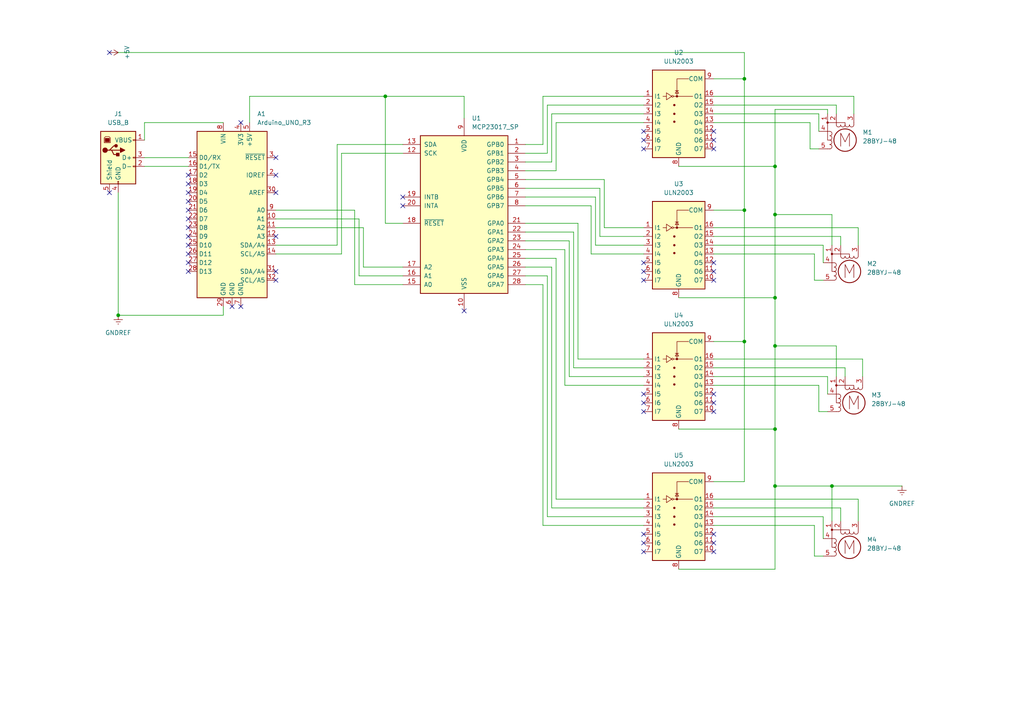
<source format=kicad_sch>
(kicad_sch (version 20231120) (generator "eeschema") (generator_version "8.0")
  (paper "A4")
  (title_block (title "Four Cable Slider") (date "2025-01-08") (rev "V1"))
  (lib_symbols
    (symbol "Connector:USB_B" (pin_names (offset 1.016))
      (property "Reference" "J" (at -5.08 11.43 0))
      (property "Value" "USB_B" (at -5.08 8.89 0))
      (symbol "USB_B_0_1"
        (rectangle (start -5.08 -7.62) (end 5.08 7.62) (stroke (width 0.254)) (fill (type background)))
        (circle (center -3.81 2.159) (radius 0.635) (stroke (width 0.254)) (fill (type outline)))
        (rectangle (start -3.81 5.588) (end -2.54 4.572) (fill (type outline)))
        (circle (center -0.635 3.429) (radius 0.381) (stroke (width 0.254)) (fill (type outline)))
        (rectangle (start -0.127 -7.62) (end 0.127 -6.858))
        (polyline (pts (xy -1.905 2.159) (xy 0.635 2.159)) (stroke (width 0.254)))
        (polyline (pts (xy -3.175 2.159) (xy -2.54 2.159) (xy -1.27 3.429) (xy -0.635 3.429)) (stroke (width 0.254)))
        (polyline (pts (xy -2.54 2.159) (xy -1.905 2.159) (xy -1.27 0.889) (xy 0 0.889)) (stroke (width 0.254)))
        (polyline (pts (xy 0.635 2.794) (xy 0.635 1.524) (xy 1.905 2.159) (xy 0.635 2.794)) (stroke (width 0.254)) (fill (type outline)))
        (polyline (pts (xy -4.064 4.318) (xy -2.286 4.318) (xy -2.286 5.715) (xy -2.667 6.096) (xy -3.683 6.096) (xy -4.064 5.715) (xy -4.064 4.318)))
        (rectangle (start 0.254 1.27) (end -0.508 0.508) (stroke (width 0.254)) (fill (type outline)))
        (rectangle (start 5.08 -2.667) (end 4.318 -2.413))
        (rectangle (start 5.08 -0.127) (end 4.318 0.127))
        (rectangle (start 5.08 4.953) (end 4.318 5.207))
      )
      (symbol "USB_B_1_1"
        (pin power_out line (at 7.62 5.08 180) (length 2.54) (name "VBUS") (number "1"))
        (pin bidirectional line (at 7.62 -2.54 180) (length 2.54) (name "D-") (number "2"))
        (pin bidirectional line (at 7.62 0 180) (length 2.54) (name "D+") (number "3"))
        (pin power_out line (at 0 -10.16 90) (length 2.54) (name "GND") (number "4"))
        (pin passive line (at -2.54 -10.16 90) (length 2.54) (name "Shield") (number "5"))
      )
    )
    (symbol "Interface_Expansion:MCP23017_SP" (pin_names (offset 1.016))
      (property "Reference" "U" (at -11.43 24.13 0))
      (property "Value" "MCP23017_SP" (at 0 0 0))
      (symbol "MCP23017_SP_0_1"
        (rectangle (start -12.7 22.86) (end 12.7 -22.86) (stroke (width 0.254)) (fill (type background)))
      )
      (symbol "MCP23017_SP_1_1"
        (pin bidirectional line (at 17.78 20.32 180) (length 5.08) (name "GPB0") (number "1"))
        (pin power_in line (at 0 -27.94 90) (length 5.08) (name "VSS") (number "10"))
        (pin no_connect line (at -12.7 15.24 0) (length 5.08) hide (name "NC") (number "11"))
        (pin input line (at -17.78 17.78 0) (length 5.08) (name "SCK") (number "12"))
        (pin bidirectional line (at -17.78 20.32 0) (length 5.08) (name "SDA") (number "13"))
        (pin no_connect line (at -12.7 12.7 0) (length 5.08) hide (name "NC") (number "14"))
        (pin input line (at -17.78 -20.32 0) (length 5.08) (name "A0") (number "15"))
        (pin input line (at -17.78 -17.78 0) (length 5.08) (name "A1") (number "16"))
        (pin input line (at -17.78 -15.24 0) (length 5.08) (name "A2") (number "17"))
        (pin input line (at -17.78 -2.54 0) (length 5.08) (name "~{RESET}") (number "18"))
        (pin tri_state line (at -17.78 5.08 0) (length 5.08) (name "INTB") (number "19"))
        (pin bidirectional line (at 17.78 17.78 180) (length 5.08) (name "GPB1") (number "2"))
        (pin tri_state line (at -17.78 2.54 0) (length 5.08) (name "INTA") (number "20"))
        (pin bidirectional line (at 17.78 -2.54 180) (length 5.08) (name "GPA0") (number "21"))
        (pin bidirectional line (at 17.78 -5.08 180) (length 5.08) (name "GPA1") (number "22"))
        (pin bidirectional line (at 17.78 -7.62 180) (length 5.08) (name "GPA2") (number "23"))
        (pin bidirectional line (at 17.78 -10.16 180) (length 5.08) (name "GPA3") (number "24"))
        (pin bidirectional line (at 17.78 -12.7 180) (length 5.08) (name "GPA4") (number "25"))
        (pin bidirectional line (at 17.78 -15.24 180) (length 5.08) (name "GPA5") (number "26"))
        (pin bidirectional line (at 17.78 -17.78 180) (length 5.08) (name "GPA6") (number "27"))
        (pin bidirectional line (at 17.78 -20.32 180) (length 5.08) (name "GPA7") (number "28"))
        (pin bidirectional line (at 17.78 15.24 180) (length 5.08) (name "GPB2") (number "3"))
        (pin bidirectional line (at 17.78 12.7 180) (length 5.08) (name "GPB3") (number "4"))
        (pin bidirectional line (at 17.78 10.16 180) (length 5.08) (name "GPB4") (number "5"))
        (pin bidirectional line (at 17.78 7.62 180) (length 5.08) (name "GPB5") (number "6"))
        (pin bidirectional line (at 17.78 5.08 180) (length 5.08) (name "GPB6") (number "7"))
        (pin bidirectional line (at 17.78 2.54 180) (length 5.08) (name "GPB7") (number "8"))
        (pin power_in line (at 0 27.94 270) (length 5.08) (name "VDD") (number "9"))
      )
    )
    (symbol "MCU_Module:Arduino_UNO_R3"
      (property "Reference" "A" (at -10.16 23.495 0))
      (property "Value" "Arduino_UNO_R3" (at 5.08 -26.67 0))
      (symbol "Arduino_UNO_R3_0_1"
        (rectangle (start -10.16 22.86) (end 10.16 -25.4) (stroke (width 0.254)) (fill (type background)))
      )
      (symbol "Arduino_UNO_R3_1_1"
        (pin no_connect line (at -10.16 -20.32 0) (length 2.54) hide (name "NC") (number "1"))
        (pin bidirectional line (at 12.7 -2.54 180) (length 2.54) (name "A1") (number "10"))
        (pin bidirectional line (at 12.7 -5.08 180) (length 2.54) (name "A2") (number "11"))
        (pin bidirectional line (at 12.7 -7.62 180) (length 2.54) (name "A3") (number "12"))
        (pin bidirectional line (at 12.7 -10.16 180) (length 2.54) (name "SDA/A4") (number "13"))
        (pin bidirectional line (at 12.7 -12.7 180) (length 2.54) (name "SCL/A5") (number "14"))
        (pin bidirectional line (at -12.7 15.24 0) (length 2.54) (name "D0/RX") (number "15"))
        (pin bidirectional line (at -12.7 12.7 0) (length 2.54) (name "D1/TX") (number "16"))
        (pin bidirectional line (at -12.7 10.16 0) (length 2.54) (name "D2") (number "17"))
        (pin bidirectional line (at -12.7 7.62 0) (length 2.54) (name "D3") (number "18"))
        (pin bidirectional line (at -12.7 5.08 0) (length 2.54) (name "D4") (number "19"))
        (pin output line (at 12.7 10.16 180) (length 2.54) (name "IOREF") (number "2"))
        (pin bidirectional line (at -12.7 2.54 0) (length 2.54) (name "D5") (number "20"))
        (pin bidirectional line (at -12.7 0 0) (length 2.54) (name "D6") (number "21"))
        (pin bidirectional line (at -12.7 -2.54 0) (length 2.54) (name "D7") (number "22"))
        (pin bidirectional line (at -12.7 -5.08 0) (length 2.54) (name "D8") (number "23"))
        (pin bidirectional line (at -12.7 -7.62 0) (length 2.54) (name "D9") (number "24"))
        (pin bidirectional line (at -12.7 -10.16 0) (length 2.54) (name "D10") (number "25"))
        (pin bidirectional line (at -12.7 -12.7 0) (length 2.54) (name "D11") (number "26"))
        (pin bidirectional line (at -12.7 -15.24 0) (length 2.54) (name "D12") (number "27"))
        (pin bidirectional line (at -12.7 -17.78 0) (length 2.54) (name "D13") (number "28"))
        (pin power_in line (at -2.54 -27.94 90) (length 2.54) (name "GND") (number "29"))
        (pin input line (at 12.7 15.24 180) (length 2.54) (name "~{RESET}") (number "3"))
        (pin input line (at 12.7 5.08 180) (length 2.54) (name "AREF") (number "30"))
        (pin bidirectional line (at 12.7 -17.78 180) (length 2.54) (name "SDA/A4") (number "31"))
        (pin bidirectional line (at 12.7 -20.32 180) (length 2.54) (name "SCL/A5") (number "32"))
        (pin power_out line (at 2.54 25.4 270) (length 2.54) (name "3V3") (number "4"))
        (pin power_out line (at 5.08 25.4 270) (length 2.54) (name "+5V") (number "5"))
        (pin power_in line (at 0 -27.94 90) (length 2.54) (name "GND") (number "6"))
        (pin power_in line (at 2.54 -27.94 90) (length 2.54) (name "GND") (number "7"))
        (pin power_in line (at -2.54 25.4 270) (length 2.54) (name "VIN") (number "8"))
        (pin bidirectional line (at 12.7 0 180) (length 2.54) (name "A0") (number "9"))
      )
    )
    (symbol "Motor:Stepper_Motor_unipolar_5pin" (pin_names (offset 0) hide)
      (property "Reference" "M" (at 3.81 2.54 0))
      (property "Value" "Stepper_Motor_unipolar_5pin" (at 3.81 1.27 0))
      (symbol "Stepper_Motor_unipolar_5pin_0_0"
        (polyline (pts (xy -1.27 -1.778) (xy -1.27 2.032) (xy 0 -0.508) (xy 1.27 2.032) (xy 1.27 -1.778)))
      )
      (symbol "Stepper_Motor_unipolar_5pin_0_1"
        (circle (center -5.08 5.08) (radius 0.0001) (fill (type outline)))
        (circle (center -5.08 5.08) (radius 0.254) (fill (type outline)))
        (arc (start -4.445 -2.54) (mid -3.8127 -1.905) (end -4.445 -1.27))
        (arc (start -4.445 -1.27) (mid -3.8127 -0.635) (end -4.445 0))
        (arc (start -4.445 0) (mid -3.8127 0.635) (end -4.445 1.27))
        (arc (start -4.445 1.27) (mid -3.8127 1.905) (end -4.445 2.54))
        (arc (start -2.54 4.445) (mid -1.905 3.8127) (end -1.27 4.445))
        (arc (start -1.27 4.445) (mid -0.635 3.8127) (end 0 4.445))
        (polyline (pts (xy -5.08 -2.54) (xy -4.445 -2.54)))
        (polyline (pts (xy -5.08 2.54) (xy -4.445 2.54)))
        (polyline (pts (xy -2.54 4.445) (xy -2.54 5.08)))
        (polyline (pts (xy 2.54 4.445) (xy 2.54 5.08)))
        (polyline (pts (xy -5.08 5.08) (xy -5.08 0) (xy -4.445 0)))
        (polyline (pts (xy 0 4.445) (xy 0 5.08) (xy -5.08 5.08)))
        (circle (center 0 0) (radius 3.2512) (stroke (width 0.254)))
        (arc (start 0 4.445) (mid 0.635 3.8127) (end 1.27 4.445))
        (arc (start 1.27 4.445) (mid 1.905 3.8127) (end 2.54 4.445))
      )
      (symbol "Stepper_Motor_unipolar_5pin_1_1"
        (pin passive line (at -5.08 7.62 270) (length 2.54) (name "~") (number "1"))
        (pin passive line (at -2.54 7.62 270) (length 2.54) (name "~") (number "2"))
        (pin passive line (at 2.54 7.62 270) (length 2.54) (name "-") (number "3"))
        (pin passive line (at -7.62 2.54 0) (length 2.54) (name "~") (number "4"))
        (pin passive line (at -7.62 -2.54 0) (length 2.54) (name "~") (number "5"))
      )
    )
    (symbol "Transistor_Array:ULN2003"
      (property "Reference" "U" (at 0 15.875 0))
      (property "Value" "ULN2003" (at 0 13.97 0))
      (symbol "ULN2003_0_1"
        (rectangle (start -7.62 -12.7) (end 7.62 12.7) (stroke (width 0.254)) (fill (type background)))
        (circle (center -1.778 5.08) (radius 0.254))
        (circle (center -1.27 -2.286) (radius 0.254) (fill (type outline)))
        (circle (center -1.27 0) (radius 0.254) (fill (type outline)))
        (circle (center -1.27 2.54) (radius 0.254) (fill (type outline)))
        (circle (center -0.508 5.08) (radius 0.254) (fill (type outline)))
        (polyline (pts (xy -4.572 5.08) (xy -3.556 5.08)))
        (polyline (pts (xy -1.524 5.08) (xy 4.064 5.08)))
        (polyline (pts (xy 0 6.731) (xy -1.016 6.731)))
        (polyline (pts (xy -0.508 5.08) (xy -0.508 10.16) (xy 2.921 10.16)))
        (polyline (pts (xy -3.556 6.096) (xy -3.556 4.064) (xy -2.032 5.08) (xy -3.556 6.096)))
        (polyline (pts (xy 0 5.969) (xy -1.016 5.969) (xy -0.508 6.731) (xy 0 5.969)))
      )
      (symbol "ULN2003_1_1"
        (pin input line (at -10.16 5.08 0) (length 2.54) (name "I1") (number "1"))
        (pin open_collector line (at 10.16 -10.16 180) (length 2.54) (name "O7") (number "10"))
        (pin open_collector line (at 10.16 -7.62 180) (length 2.54) (name "O6") (number "11"))
        (pin open_collector line (at 10.16 -5.08 180) (length 2.54) (name "O5") (number "12"))
        (pin open_collector line (at 10.16 -2.54 180) (length 2.54) (name "O4") (number "13"))
        (pin open_collector line (at 10.16 0 180) (length 2.54) (name "O3") (number "14"))
        (pin open_collector line (at 10.16 2.54 180) (length 2.54) (name "O2") (number "15"))
        (pin open_collector line (at 10.16 5.08 180) (length 2.54) (name "O1") (number "16"))
        (pin input line (at -10.16 2.54 0) (length 2.54) (name "I2") (number "2"))
        (pin input line (at -10.16 0 0) (length 2.54) (name "I3") (number "3"))
        (pin input line (at -10.16 -2.54 0) (length 2.54) (name "I4") (number "4"))
        (pin input line (at -10.16 -5.08 0) (length 2.54) (name "I5") (number "5"))
        (pin input line (at -10.16 -7.62 0) (length 2.54) (name "I6") (number "6"))
        (pin input line (at -10.16 -10.16 0) (length 2.54) (name "I7") (number "7"))
        (pin power_in line (at 0 -15.24 90) (length 2.54) (name "GND") (number "8"))
        (pin passive line (at 10.16 10.16 180) (length 2.54) (name "COM") (number "9"))
      )
    )
    (symbol "power:+5V" (power) (pin_numbers hide) (pin_names (offset 0) hide)
      (property "Value" "+5V" (at 0 3.556 0))
      (symbol "+5V_0_1"
        (polyline (pts (xy -0.762 1.27) (xy 0 2.54)))
        (polyline (pts (xy 0 0) (xy 0 2.54)))
        (polyline (pts (xy 0 2.54) (xy 0.762 1.27)))
      )
      (symbol "+5V_1_1"
        (pin power_in line (at 0 0 90) (length 0) (name "~") (number "1"))
      )
    )
    (symbol "power:GNDREF" (power) (pin_numbers hide) (pin_names (offset 0) hide)
      (property "Value" "GNDREF" (at 0 -3.81 0))
      (symbol "GNDREF_0_1"
        (polyline (pts (xy -0.635 -1.905) (xy 0.635 -1.905)))
        (polyline (pts (xy -0.127 -2.54) (xy 0.127 -2.54)))
        (polyline (pts (xy 0 -1.27) (xy 0 0)))
        (polyline (pts (xy 1.27 -1.27) (xy -1.27 -1.27)))
      )
      (symbol "GNDREF_1_1"
        (pin power_in line (at 0 0 270) (length 0) (name "~") (number "1"))
      )
    )
  )
  (junction (at 224.79 100.33))
  (junction (at 215.9 99.06))
  (junction (at 34.29 91.44))
  (junction (at 224.79 124.46))
  (junction (at 111.76 27.94))
  (junction (at 224.79 62.23))
  (junction (at 224.79 140.97))
  (junction (at 215.9 60.96))
  (junction (at 241.3 140.97))
  (junction (at 224.79 48.26))
  (junction (at 224.79 86.36))
  (junction (at 215.9 22.86))
  (no_connect (at 80.01 55.88))
  (no_connect (at 67.31 88.9))
  (no_connect (at 116.84 59.69))
  (no_connect (at 54.61 76.2))
  (no_connect (at 207.01 40.64))
  (no_connect (at 207.01 43.18))
  (no_connect (at 186.69 119.38))
  (no_connect (at 54.61 55.88))
  (no_connect (at 54.61 50.8))
  (no_connect (at 186.69 114.3))
  (no_connect (at 80.01 78.74))
  (no_connect (at 186.69 40.64))
  (no_connect (at 207.01 114.3))
  (no_connect (at 54.61 68.58))
  (no_connect (at 207.01 154.94))
  (no_connect (at 134.62 90.17))
  (no_connect (at 69.85 35.56))
  (no_connect (at 207.01 38.1))
  (no_connect (at 54.61 73.66))
  (no_connect (at 186.69 76.2))
  (no_connect (at 186.69 78.74))
  (no_connect (at 207.01 157.48))
  (no_connect (at 54.61 53.34))
  (no_connect (at 207.01 160.02))
  (no_connect (at 186.69 43.18))
  (no_connect (at 207.01 119.38))
  (no_connect (at 54.61 71.12))
  (no_connect (at 186.69 154.94))
  (no_connect (at 207.01 116.84))
  (no_connect (at 116.84 57.15))
  (no_connect (at 186.69 160.02))
  (no_connect (at 80.01 81.28))
  (no_connect (at 80.01 68.58))
  (no_connect (at 31.75 15.24))
  (no_connect (at 207.01 81.28))
  (no_connect (at 207.01 78.74))
  (no_connect (at 31.75 55.88))
  (no_connect (at 186.69 116.84))
  (no_connect (at 69.85 88.9))
  (no_connect (at 207.01 76.2))
  (no_connect (at 54.61 66.04))
  (no_connect (at 54.61 63.5))
  (no_connect (at 186.69 81.28))
  (no_connect (at 54.61 58.42))
  (no_connect (at 186.69 38.1))
  (no_connect (at 54.61 60.96))
  (no_connect (at 80.01 45.72))
  (no_connect (at 186.69 157.48))
  (no_connect (at 54.61 78.74))
  (no_connect (at 80.01 50.8))
  (wire (pts (xy 207.01 33.02) (xy 237.49 33.02)))
  (wire (pts (xy 160.02 33.02) (xy 186.69 33.02)))
  (wire (pts (xy 105.41 66.04) (xy 105.41 77.47)))
  (wire (pts (xy 240.03 109.22) (xy 240.03 114.3)))
  (wire (pts (xy 152.4 59.69) (xy 171.45 59.69)))
  (wire (pts (xy 72.39 35.56) (xy 72.39 27.94)))
  (wire (pts (xy 172.72 71.12) (xy 186.69 71.12)))
  (wire (pts (xy 80.01 60.96) (xy 102.87 60.96)))
  (wire (pts (xy 207.01 111.76) (xy 237.49 111.76)))
  (wire (pts (xy 207.01 30.48) (xy 242.57 30.48)))
  (wire (pts (xy 157.48 82.55) (xy 152.4 82.55)))
  (wire (pts (xy 196.85 124.46) (xy 224.79 124.46)))
  (wire (pts (xy 111.76 27.94) (xy 111.76 64.77)))
  (wire (pts (xy 152.4 49.53) (xy 161.29 49.53)))
  (wire (pts (xy 236.22 152.4) (xy 236.22 161.29)))
  (wire (pts (xy 224.79 62.23) (xy 241.3 62.23)))
  (wire (pts (xy 207.01 68.58) (xy 243.84 68.58)))
  (wire (pts (xy 236.22 81.28) (xy 238.76 81.28)))
  (wire (pts (xy 207.01 149.86) (xy 238.76 149.86)))
  (wire (pts (xy 224.79 62.23) (xy 224.79 86.36)))
  (wire (pts (xy 161.29 49.53) (xy 161.29 35.56)))
  (wire (pts (xy 207.01 106.68) (xy 245.11 106.68)))
  (wire (pts (xy 152.4 46.99) (xy 160.02 46.99)))
  (wire (pts (xy 104.14 63.5) (xy 104.14 80.01)))
  (wire (pts (xy 166.37 106.68) (xy 186.69 106.68)))
  (wire (pts (xy 248.92 144.78) (xy 248.92 151.13)))
  (wire (pts (xy 172.72 57.15) (xy 172.72 71.12)))
  (wire (pts (xy 158.75 44.45) (xy 158.75 30.48)))
  (wire (pts (xy 41.91 35.56) (xy 64.77 35.56)))
  (wire (pts (xy 152.4 64.77) (xy 167.64 64.77)))
  (wire (pts (xy 41.91 45.72) (xy 54.61 45.72)))
  (wire (pts (xy 152.4 52.07) (xy 175.26 52.07)))
  (wire (pts (xy 224.79 165.1) (xy 224.79 140.97)))
  (wire (pts (xy 241.3 71.12) (xy 241.3 62.23)))
  (wire (pts (xy 207.01 35.56) (xy 234.95 35.56)))
  (wire (pts (xy 161.29 144.78) (xy 186.69 144.78)))
  (wire (pts (xy 161.29 74.93) (xy 161.29 144.78)))
  (wire (pts (xy 105.41 77.47) (xy 116.84 77.47)))
  (wire (pts (xy 234.95 43.18) (xy 237.49 43.18)))
  (wire (pts (xy 157.48 27.94) (xy 157.48 41.91)))
  (wire (pts (xy 152.4 72.39) (xy 163.83 72.39)))
  (wire (pts (xy 173.99 68.58) (xy 186.69 68.58)))
  (wire (pts (xy 104.14 80.01) (xy 116.84 80.01)))
  (wire (pts (xy 215.9 15.24) (xy 215.9 22.86)))
  (wire (pts (xy 116.84 64.77) (xy 111.76 64.77)))
  (wire (pts (xy 160.02 77.47) (xy 160.02 147.32)))
  (wire (pts (xy 161.29 35.56) (xy 186.69 35.56)))
  (wire (pts (xy 152.4 67.31) (xy 166.37 67.31)))
  (wire (pts (xy 152.4 80.01) (xy 158.75 80.01)))
  (wire (pts (xy 175.26 66.04) (xy 186.69 66.04)))
  (wire (pts (xy 207.01 144.78) (xy 248.92 144.78)))
  (wire (pts (xy 207.01 99.06) (xy 215.9 99.06)))
  (wire (pts (xy 166.37 67.31) (xy 166.37 106.68)))
  (wire (pts (xy 160.02 46.99) (xy 160.02 33.02)))
  (wire (pts (xy 152.4 44.45) (xy 158.75 44.45)))
  (wire (pts (xy 152.4 41.91) (xy 157.48 41.91)))
  (wire (pts (xy 241.3 140.97) (xy 261.62 140.97)))
  (wire (pts (xy 234.95 35.56) (xy 234.95 43.18)))
  (wire (pts (xy 171.45 73.66) (xy 186.69 73.66)))
  (wire (pts (xy 207.01 27.94) (xy 247.65 27.94)))
  (wire (pts (xy 242.57 30.48) (xy 242.57 33.02)))
  (wire (pts (xy 207.01 73.66) (xy 236.22 73.66)))
  (wire (pts (xy 99.06 44.45) (xy 116.84 44.45)))
  (wire (pts (xy 163.83 72.39) (xy 163.83 111.76)))
  (wire (pts (xy 245.11 106.68) (xy 245.11 109.22)))
  (wire (pts (xy 207.01 152.4) (xy 236.22 152.4)))
  (wire (pts (xy 207.01 147.32) (xy 243.84 147.32)))
  (wire (pts (xy 241.3 151.13) (xy 241.3 140.97)))
  (wire (pts (xy 165.1 109.22) (xy 186.69 109.22)))
  (wire (pts (xy 34.29 55.88) (xy 34.29 91.44)))
  (wire (pts (xy 41.91 40.64) (xy 41.91 35.56)))
  (wire (pts (xy 80.01 63.5) (xy 104.14 63.5)))
  (wire (pts (xy 158.75 30.48) (xy 186.69 30.48)))
  (wire (pts (xy 72.39 27.94) (xy 111.76 27.94)))
  (wire (pts (xy 240.03 31.75) (xy 224.79 31.75)))
  (wire (pts (xy 224.79 140.97) (xy 224.79 124.46)))
  (wire (pts (xy 237.49 119.38) (xy 240.03 119.38)))
  (wire (pts (xy 243.84 147.32) (xy 243.84 151.13)))
  (wire (pts (xy 215.9 22.86) (xy 215.9 60.96)))
  (wire (pts (xy 152.4 54.61) (xy 173.99 54.61)))
  (wire (pts (xy 97.79 71.12) (xy 97.79 41.91)))
  (wire (pts (xy 248.92 66.04) (xy 248.92 71.12)))
  (wire (pts (xy 215.9 99.06) (xy 215.9 139.7)))
  (wire (pts (xy 224.79 62.23) (xy 224.79 48.26)))
  (wire (pts (xy 157.48 82.55) (xy 157.48 152.4)))
  (wire (pts (xy 167.64 104.14) (xy 186.69 104.14)))
  (wire (pts (xy 97.79 41.91) (xy 116.84 41.91)))
  (wire (pts (xy 207.01 71.12) (xy 238.76 71.12)))
  (wire (pts (xy 64.77 88.9) (xy 64.77 91.44)))
  (wire (pts (xy 237.49 33.02) (xy 237.49 38.1)))
  (wire (pts (xy 163.83 111.76) (xy 186.69 111.76)))
  (wire (pts (xy 161.29 74.93) (xy 152.4 74.93)))
  (wire (pts (xy 224.79 124.46) (xy 224.79 100.33)))
  (wire (pts (xy 152.4 69.85) (xy 165.1 69.85)))
  (wire (pts (xy 240.03 33.02) (xy 240.03 31.75)))
  (wire (pts (xy 207.01 60.96) (xy 215.9 60.96)))
  (wire (pts (xy 175.26 52.07) (xy 175.26 66.04)))
  (wire (pts (xy 80.01 66.04) (xy 105.41 66.04)))
  (wire (pts (xy 99.06 73.66) (xy 99.06 44.45)))
  (wire (pts (xy 196.85 165.1) (xy 224.79 165.1)))
  (wire (pts (xy 41.91 48.26) (xy 54.61 48.26)))
  (wire (pts (xy 242.57 100.33) (xy 224.79 100.33)))
  (wire (pts (xy 224.79 48.26) (xy 196.85 48.26)))
  (wire (pts (xy 80.01 71.12) (xy 97.79 71.12)))
  (wire (pts (xy 134.62 27.94) (xy 134.62 34.29)))
  (wire (pts (xy 157.48 152.4) (xy 186.69 152.4)))
  (wire (pts (xy 207.01 66.04) (xy 248.92 66.04)))
  (wire (pts (xy 236.22 161.29) (xy 238.76 161.29)))
  (wire (pts (xy 173.99 54.61) (xy 173.99 68.58)))
  (wire (pts (xy 242.57 109.22) (xy 242.57 100.33)))
  (wire (pts (xy 167.64 64.77) (xy 167.64 104.14)))
  (wire (pts (xy 207.01 22.86) (xy 215.9 22.86)))
  (wire (pts (xy 111.76 27.94) (xy 134.62 27.94)))
  (wire (pts (xy 160.02 77.47) (xy 152.4 77.47)))
  (wire (pts (xy 160.02 147.32) (xy 186.69 147.32)))
  (wire (pts (xy 158.75 149.86) (xy 186.69 149.86)))
  (wire (pts (xy 165.1 69.85) (xy 165.1 109.22)))
  (wire (pts (xy 237.49 111.76) (xy 237.49 119.38)))
  (wire (pts (xy 157.48 27.94) (xy 186.69 27.94)))
  (wire (pts (xy 102.87 82.55) (xy 116.84 82.55)))
  (wire (pts (xy 80.01 73.66) (xy 99.06 73.66)))
  (wire (pts (xy 236.22 73.66) (xy 236.22 81.28)))
  (wire (pts (xy 247.65 27.94) (xy 247.65 33.02)))
  (wire (pts (xy 34.29 15.24) (xy 215.9 15.24)))
  (wire (pts (xy 64.77 91.44) (xy 34.29 91.44)))
  (wire (pts (xy 152.4 57.15) (xy 172.72 57.15)))
  (wire (pts (xy 238.76 71.12) (xy 238.76 76.2)))
  (wire (pts (xy 224.79 31.75) (xy 224.79 48.26)))
  (wire (pts (xy 215.9 60.96) (xy 215.9 99.06)))
  (wire (pts (xy 171.45 59.69) (xy 171.45 73.66)))
  (wire (pts (xy 243.84 68.58) (xy 243.84 71.12)))
  (wire (pts (xy 196.85 86.36) (xy 224.79 86.36)))
  (wire (pts (xy 158.75 80.01) (xy 158.75 149.86)))
  (wire (pts (xy 207.01 109.22) (xy 240.03 109.22)))
  (wire (pts (xy 215.9 139.7) (xy 207.01 139.7)))
  (wire (pts (xy 238.76 149.86) (xy 238.76 156.21)))
  (wire (pts (xy 102.87 60.96) (xy 102.87 82.55)))
  (wire (pts (xy 224.79 86.36) (xy 224.79 100.33)))
  (wire (pts (xy 241.3 140.97) (xy 224.79 140.97)))
  (wire (pts (xy 250.19 104.14) (xy 250.19 109.22)))
  (wire (pts (xy 207.01 104.14) (xy 250.19 104.14)))
  (symbol (lib_id "Transistor_Array:ULN2003") (at 196.85 71.12 0) (unit 1)
    (property "Reference" "U3" (at 196.85 53.34 0))
    (property "Value" "ULN2003" (at 196.85 55.88 0))
    (property "Datasheet" "http://www.ti.com/lit/ds/symlink/uln2003a.pdf" (effects (hide yes)))
    (property "Description" "High Voltage, High Current Darlington Transistor Arrays, SOIC16/SOIC16W/DIP16/TSSOP16" (effects (hide yes)))
  )
  (symbol (lib_id "Transistor_Array:ULN2003") (at 196.85 109.22 0) (unit 1)
    (property "Reference" "U4" (at 196.85 91.44 0))
    (property "Value" "ULN2003" (at 196.85 93.98 0))
    (property "Datasheet" "http://www.ti.com/lit/ds/symlink/uln2003a.pdf" (effects (hide yes)))
    (property "Description" "High Voltage, High Current Darlington Transistor Arrays, SOIC16/SOIC16W/DIP16/TSSOP16" (effects (hide yes)))
  )
  (symbol (lib_id "Interface_Expansion:MCP23017_SP") (at 134.62 62.23 0) (unit 1)
    (property "Reference" "U1" (at 136.8141 34.29 0) (effects (justify left)))
    (property "Value" "MCP23017_SP" (at 136.8141 36.83 0) (effects (justify left)))
    (property "Footprint" "Package_DIP:DIP-28_W7.62mm" (effects (hide yes)))
    (property "Datasheet" "http://ww1.microchip.com/downloads/en/DeviceDoc/20001952C.pdf" (effects (hide yes)))
    (property "Description" "16-bit I/O expander, I2C, interrupts, w pull-ups, SPDIP-28" (effects (hide yes)))
  )
  (symbol (lib_id "Connector:USB_B") (at 34.29 45.72 0) (unit 1)
    (property "Reference" "J1" (at 34.29 33.02 0))
    (property "Value" "USB_B" (at 34.29 35.56 0))
    (property "Description" "USB Type B connector" (effects (hide yes)))
  )
  (symbol (lib_id "power:GNDREF") (at 34.29 91.44 0) (unit 1)
    (property "Reference" "#PWR04" (effects (hide yes)))
    (property "Value" "GNDREF" (at 34.29 96.52 0))
    (property "Description" "Power symbol creates a global label with name \"GNDREF\" , reference supply ground" (effects (hide yes)))
  )
  (symbol (lib_id "Transistor_Array:ULN2003") (at 196.85 149.86 0) (unit 1)
    (property "Reference" "U5" (at 196.85 132.08 0))
    (property "Value" "ULN2003" (at 196.85 134.62 0))
    (property "Datasheet" "http://www.ti.com/lit/ds/symlink/uln2003a.pdf" (effects (hide yes)))
    (property "Description" "High Voltage, High Current Darlington Transistor Arrays, SOIC16/SOIC16W/DIP16/TSSOP16" (effects (hide yes)))
  )
  (symbol (lib_id "Transistor_Array:ULN2003") (at 196.85 33.02 0) (unit 1)
    (property "Reference" "U2" (at 196.85 15.24 0))
    (property "Value" "ULN2003" (at 196.85 17.78 0))
    (property "Datasheet" "http://www.ti.com/lit/ds/symlink/uln2003a.pdf" (effects (hide yes)))
    (property "Description" "High Voltage, High Current Darlington Transistor Arrays, SOIC16/SOIC16W/DIP16/TSSOP16" (effects (hide yes)))
  )
  (symbol (lib_id "MCU_Module:Arduino_UNO_R3") (at 67.31 60.96 0) (unit 1)
    (property "Reference" "A1" (at 74.5841 33.02 0) (effects (justify left)))
    (property "Value" "Arduino_UNO_R3" (at 74.5841 35.56 0) (effects (justify left)))
    (property "Footprint" "Module:Arduino_UNO_R3" (effects (hide yes)))
    (property "Datasheet" "https://www.arduino.cc/en/Main/arduinoBoardUno" (effects (hide yes)))
    (property "Description" "Arduino UNO Microcontroller Module, release 3" (effects (hide yes)))
  )
  (symbol (lib_id "power:+5V") (at 31.75 15.24 270) (unit 1)
    (property "Reference" "#PWR02" (effects (hide yes)))
    (property "Value" "+5V" (at 36.83 15.24 0))
    (property "Description" "Power symbol creates a global label with name \"+5V\"" (effects (hide yes)))
  )
  (symbol (lib_id "Motor:Stepper_Motor_unipolar_5pin") (at 245.11 40.64 0) (unit 1)
    (property "Reference" "M1" (at 250.19 38.392 0) (effects (justify left)))
    (property "Value" "28BYJ-48" (at 250.19 40.932 0) (effects (justify left)))
    (property "Datasheet" "http://www.infineon.com/dgdl/Application-Note-TLE8110EE_driving_UniPolarStepperMotor_V1.1.pdf?fileId=db3a30431be39b97011be5d0aa0a00b0" (effects (hide yes)))
    (property "Description" "5-wire unipolar stepper motor" (effects (hide yes)))
  )
  (symbol (lib_id "Motor:Stepper_Motor_unipolar_5pin") (at 247.65 116.84 0) (unit 1)
    (property "Reference" "M3" (at 252.73 114.592 0) (effects (justify left)))
    (property "Value" "28BYJ-48" (at 252.73 117.132 0) (effects (justify left)))
    (property "Datasheet" "http://www.infineon.com/dgdl/Application-Note-TLE8110EE_driving_UniPolarStepperMotor_V1.1.pdf?fileId=db3a30431be39b97011be5d0aa0a00b0" (effects (hide yes)))
    (property "Description" "5-wire unipolar stepper motor" (effects (hide yes)))
  )
  (symbol (lib_id "Motor:Stepper_Motor_unipolar_5pin") (at 246.38 158.75 0) (unit 1)
    (property "Reference" "M4" (at 251.46 156.502 0) (effects (justify left)))
    (property "Value" "28BYJ-48" (at 251.46 159.042 0) (effects (justify left)))
    (property "Datasheet" "http://www.infineon.com/dgdl/Application-Note-TLE8110EE_driving_UniPolarStepperMotor_V1.1.pdf?fileId=db3a30431be39b97011be5d0aa0a00b0" (effects (hide yes)))
    (property "Description" "5-wire unipolar stepper motor" (effects (hide yes)))
  )
  (symbol (lib_id "Motor:Stepper_Motor_unipolar_5pin") (at 246.38 78.74 0) (unit 1)
    (property "Reference" "M2" (at 251.46 76.492 0) (effects (justify left)))
    (property "Value" "28BYJ-48" (at 251.46 79.032 0) (effects (justify left)))
    (property "Datasheet" "http://www.infineon.com/dgdl/Application-Note-TLE8110EE_driving_UniPolarStepperMotor_V1.1.pdf?fileId=db3a30431be39b97011be5d0aa0a00b0" (effects (hide yes)))
    (property "Description" "5-wire unipolar stepper motor" (effects (hide yes)))
  )
  (symbol (lib_id "power:GNDREF") (at 261.62 140.97 0) (unit 1)
    (property "Reference" "#PWR01" (effects (hide yes)))
    (property "Value" "GNDREF" (at 261.62 146.05 0))
    (property "Description" "Power symbol creates a global label with name \"GNDREF\" , reference supply ground" (effects (hide yes)))
  )
)
</source>
